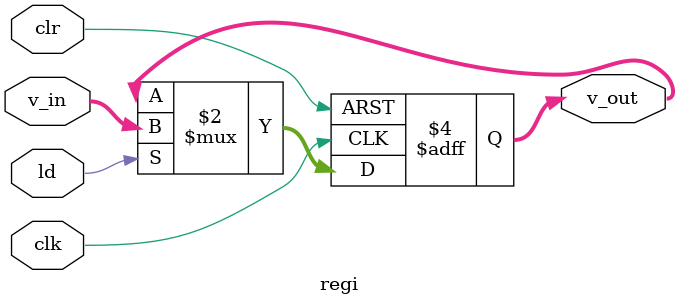
<source format=sv>
`timescale 1ns / 1ps

module regi(
    input logic clr,clk,ld,
    input logic [7:0] v_in,
    output logic [7:0] v_out
    );
    
always_ff @(posedge clk, posedge clr)
    if (clr)
        v_out<=8'b00000000;
    else if (ld)
        v_out<=v_in;
endmodule

</source>
